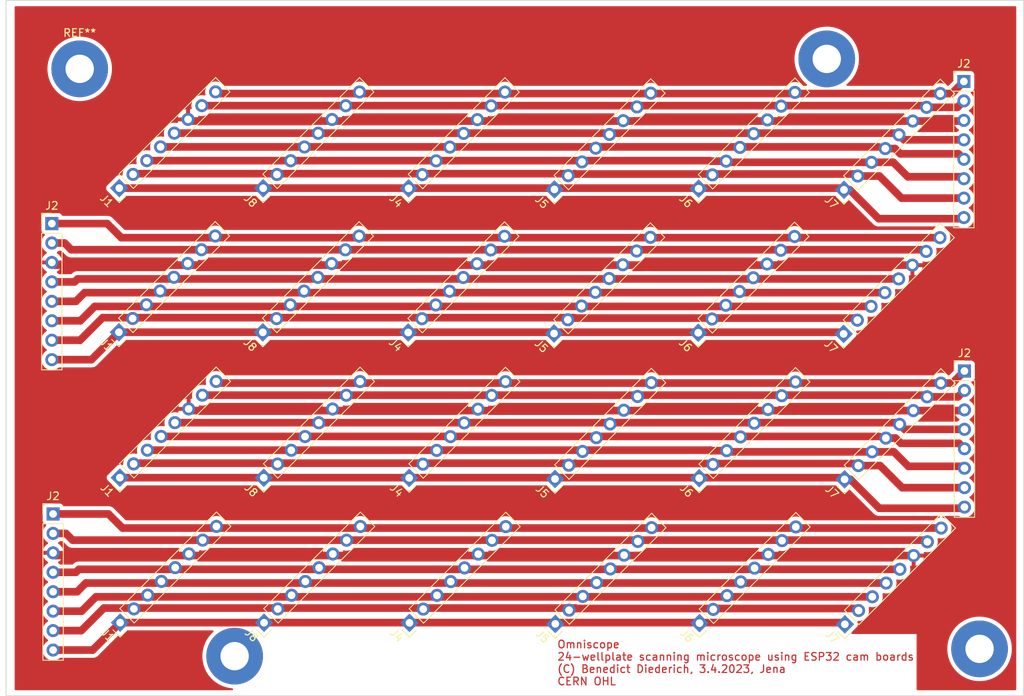
<source format=kicad_pcb>
(kicad_pcb (version 20221018) (generator pcbnew)
  (layers (0 "F.Cu" signal) (31 "B.Cu" signal) (34 "B.Paste" user) (35 "F.Paste" user) (36 "B.SilkS" user "B.Silkscreen") (37 "F.SilkS" user "F.Silkscreen") (38 "B.Mask" user) (39 "F.Mask" user) (44 "Edge.Cuts" user))
  (net 0 "")
  (net 1 "Net-(J1-Pin_1)")
  (net 2 "Net-(J1-Pin_2)")
  (net 3 "Net-(J1-Pin_3)")
  (net 4 "+3V3")
  (net 5 "Net-(J1-Pin_5)")
  (net 6 "GND")
  (net 7 "+1V0")
  (net 8 "+1V1")
  (footprint "" (layer "F.Cu") (at 117.45 17.5)
    (fp_text reference "" (at 0 0) (layer "F.SilkS") (effects (font (size 1.27 1.27))))
    (fp_text value "" (at 0 0) (layer "F.SilkS") (effects (font (size 1.27 1.27))))
    (pad "1" thru_hole circle (at 0 0) (size 7.4 7.4) (drill 3.7) (layers "*.Cu" "*.Mask"))
  )
  (footprint "Connector_PinHeader_2.54mm:PinHeader_1x08_P2.54mm_Vertical" (layer "F.Cu") (at 119.699427 34.600573 135)
    (fp_text reference "J7" (at 0 -2.33 135) (layer "F.SilkS"))
    (fp_text value "Conn_01x08_Male")
    (pad "1" thru_hole rect (at 0 0 135) (size 1.7 1.7) (drill 1) (layers "*.Cu" "*.Mask") (net 1 "Net-(J1-Pin_1)"))
    (pad "2" thru_hole oval (at 0 2.54 135) (size 1.7 1.7) (drill 1) (layers "*.Cu" "*.Mask") (net 2 "Net-(J1-Pin_2)"))
    (pad "3" thru_hole oval (at 0 5.08 135) (size 1.7 1.7) (drill 1) (layers "*.Cu" "*.Mask") (net 3 "Net-(J1-Pin_3)"))
    (pad "4" thru_hole oval (at 0 7.62 135) (size 1.7 1.7) (drill 1) (layers "*.Cu" "*.Mask") (net 4 "+3V3"))
    (pad "5" thru_hole oval (at 0 10.16 135) (size 1.7 1.7) (drill 1) (layers "*.Cu" "*.Mask") (net 5 "Net-(J1-Pin_5)"))
    (pad "6" thru_hole oval (at 0 12.7 135) (size 1.7 1.7) (drill 1) (layers "*.Cu" "*.Mask") (net 6 "GND"))
    (pad "7" thru_hole oval (at 0 15.24 135) (size 1.7 1.7) (drill 1) (layers "*.Cu" "*.Mask") (net 7 "+1V0"))
    (pad "8" thru_hole oval (at 0 17.78 135) (size 1.7 1.7) (drill 1) (layers "*.Cu" "*.Mask") (net 8 "+1V1"))
  )
  (footprint "Connector_PinHeader_2.54mm:PinHeader_1x08_P2.54mm_Vertical" (layer "F.Cu") (at 81.974427 72.375573 135)
    (fp_text reference "J5" (at 0 -2.33 135) (layer "F.SilkS"))
    (fp_text value "Conn_01x08_Male")
    (pad "1" thru_hole rect (at 0 0 135) (size 1.7 1.7) (drill 1) (layers "*.Cu" "*.Mask") (net 1 "Net-(J1-Pin_1)"))
    (pad "2" thru_hole oval (at 0 2.54 135) (size 1.7 1.7) (drill 1) (layers "*.Cu" "*.Mask") (net 2 "Net-(J1-Pin_2)"))
    (pad "3" thru_hole oval (at 0 5.08 135) (size 1.7 1.7) (drill 1) (layers "*.Cu" "*.Mask") (net 3 "Net-(J1-Pin_3)"))
    (pad "4" thru_hole oval (at 0 7.62 135) (size 1.7 1.7) (drill 1) (layers "*.Cu" "*.Mask") (net 4 "+3V3"))
    (pad "5" thru_hole oval (at 0 10.16 135) (size 1.7 1.7) (drill 1) (layers "*.Cu" "*.Mask") (net 5 "Net-(J1-Pin_5)"))
    (pad "6" thru_hole oval (at 0 12.7 135) (size 1.7 1.7) (drill 1) (layers "*.Cu" "*.Mask") (net 6 "GND"))
    (pad "7" thru_hole oval (at 0 15.24 135) (size 1.7 1.7) (drill 1) (layers "*.Cu" "*.Mask") (net 7 "+1V0"))
    (pad "8" thru_hole oval (at 0 17.78 135) (size 1.7 1.7) (drill 1) (layers "*.Cu" "*.Mask") (net 8 "+1V1"))
  )
  (footprint "Connector_PinHeader_2.54mm:PinHeader_1x08_P2.54mm_Vertical" (layer "F.Cu") (at 62.937008 72.237992 135)
    (fp_text reference "J4" (at 0 -2.33 135) (layer "F.SilkS"))
    (fp_text value "Conn_01x08_Male")
    (pad "1" thru_hole rect (at 0 0 135) (size 1.7 1.7) (drill 1) (layers "*.Cu" "*.Mask") (net 1 "Net-(J1-Pin_1)"))
    (pad "2" thru_hole oval (at 0 2.54 135) (size 1.7 1.7) (drill 1) (layers "*.Cu" "*.Mask") (net 2 "Net-(J1-Pin_2)"))
    (pad "3" thru_hole oval (at 0 5.08 135) (size 1.7 1.7) (drill 1) (layers "*.Cu" "*.Mask") (net 3 "Net-(J1-Pin_3)"))
    (pad "4" thru_hole oval (at 0 7.62 135) (size 1.7 1.7) (drill 1) (layers "*.Cu" "*.Mask") (net 4 "+3V3"))
    (pad "5" thru_hole oval (at 0 10.16 135) (size 1.7 1.7) (drill 1) (layers "*.Cu" "*.Mask") (net 5 "Net-(J1-Pin_5)"))
    (pad "6" thru_hole oval (at 0 12.7 135) (size 1.7 1.7) (drill 1) (layers "*.Cu" "*.Mask") (net 6 "GND"))
    (pad "7" thru_hole oval (at 0 15.24 135) (size 1.7 1.7) (drill 1) (layers "*.Cu" "*.Mask") (net 7 "+1V0"))
    (pad "8" thru_hole oval (at 0 17.78 135) (size 1.7 1.7) (drill 1) (layers "*.Cu" "*.Mask") (net 8 "+1V1"))
  )
  (footprint "Connector_PinHeader_2.54mm:PinHeader_1x08_P2.54mm_Vertical" (layer "F.Cu") (at 100.836846 91.213154 135)
    (fp_text reference "J6" (at 0 -2.33 135) (layer "F.SilkS"))
    (fp_text value "Conn_01x08_Male")
    (pad "1" thru_hole rect (at 0 0 135) (size 1.7 1.7) (drill 1) (layers "*.Cu" "*.Mask") (net 1 "Net-(J1-Pin_1)"))
    (pad "2" thru_hole oval (at 0 2.54 135) (size 1.7 1.7) (drill 1) (layers "*.Cu" "*.Mask") (net 2 "Net-(J1-Pin_2)"))
    (pad "3" thru_hole oval (at 0 5.08 135) (size 1.7 1.7) (drill 1) (layers "*.Cu" "*.Mask") (net 3 "Net-(J1-Pin_3)"))
    (pad "4" thru_hole oval (at 0 7.62 135) (size 1.7 1.7) (drill 1) (layers "*.Cu" "*.Mask") (net 4 "+3V3"))
    (pad "5" thru_hole oval (at 0 10.16 135) (size 1.7 1.7) (drill 1) (layers "*.Cu" "*.Mask") (net 5 "Net-(J1-Pin_5)"))
    (pad "6" thru_hole oval (at 0 12.7 135) (size 1.7 1.7) (drill 1) (layers "*.Cu" "*.Mask") (net 6 "GND"))
    (pad "7" thru_hole oval (at 0 15.24 135) (size 1.7 1.7) (drill 1) (layers "*.Cu" "*.Mask") (net 7 "+1V0"))
    (pad "8" thru_hole oval (at 0 17.78 135) (size 1.7 1.7) (drill 1) (layers "*.Cu" "*.Mask") (net 8 "+1V1"))
  )
  (footprint "Connector_PinHeader_2.54mm:PinHeader_1x08_P2.54mm_Vertical" (layer "F.Cu") (at 62.862008 34.412992 135)
    (fp_text reference "J4" (at 0 -2.33 135) (layer "F.SilkS"))
    (fp_text value "Conn_01x08_Male")
    (pad "1" thru_hole rect (at 0 0 135) (size 1.7 1.7) (drill 1) (layers "*.Cu" "*.Mask") (net 1 "Net-(J1-Pin_1)"))
    (pad "2" thru_hole oval (at 0 2.54 135) (size 1.7 1.7) (drill 1) (layers "*.Cu" "*.Mask") (net 2 "Net-(J1-Pin_2)"))
    (pad "3" thru_hole oval (at 0 5.08 135) (size 1.7 1.7) (drill 1) (layers "*.Cu" "*.Mask") (net 3 "Net-(J1-Pin_3)"))
    (pad "4" thru_hole oval (at 0 7.62 135) (size 1.7 1.7) (drill 1) (layers "*.Cu" "*.Mask") (net 4 "+3V3"))
    (pad "5" thru_hole oval (at 0 10.16 135) (size 1.7 1.7) (drill 1) (layers "*.Cu" "*.Mask") (net 5 "Net-(J1-Pin_5)"))
    (pad "6" thru_hole oval (at 0 12.7 135) (size 1.7 1.7) (drill 1) (layers "*.Cu" "*.Mask") (net 6 "GND"))
    (pad "7" thru_hole oval (at 0 15.24 135) (size 1.7 1.7) (drill 1) (layers "*.Cu" "*.Mask") (net 7 "+1V0"))
    (pad "8" thru_hole oval (at 0 17.78 135) (size 1.7 1.7) (drill 1) (layers "*.Cu" "*.Mask") (net 8 "+1V1"))
  )
  (footprint "Connector_PinHeader_2.54mm:PinHeader_1x08_P2.54mm_Vertical" (layer "F.Cu") (at 43.990795 91.159205 135)
    (fp_text reference "J8" (at 0 -2.33 135) (layer "F.SilkS"))
    (fp_text value "Conn_01x08_Male")
    (pad "1" thru_hole rect (at 0 0 135) (size 1.7 1.7) (drill 1) (layers "*.Cu" "*.Mask") (net 1 "Net-(J1-Pin_1)"))
    (pad "2" thru_hole oval (at 0 2.54 135) (size 1.7 1.7) (drill 1) (layers "*.Cu" "*.Mask") (net 2 "Net-(J1-Pin_2)"))
    (pad "3" thru_hole oval (at 0 5.08 135) (size 1.7 1.7) (drill 1) (layers "*.Cu" "*.Mask") (net 3 "Net-(J1-Pin_3)"))
    (pad "4" thru_hole oval (at 0 7.62 135) (size 1.7 1.7) (drill 1) (layers "*.Cu" "*.Mask") (net 4 "+3V3"))
    (pad "5" thru_hole oval (at 0 10.16 135) (size 1.7 1.7) (drill 1) (layers "*.Cu" "*.Mask") (net 5 "Net-(J1-Pin_5)"))
    (pad "6" thru_hole oval (at 0 12.7 135) (size 1.7 1.7) (drill 1) (layers "*.Cu" "*.Mask") (net 6 "GND"))
    (pad "7" thru_hole oval (at 0 15.24 135) (size 1.7 1.7) (drill 1) (layers "*.Cu" "*.Mask") (net 7 "+1V0"))
    (pad "8" thru_hole oval (at 0 17.78 135) (size 1.7 1.7) (drill 1) (layers "*.Cu" "*.Mask") (net 8 "+1V1"))
  )
  (footprint "Connector_PinHeader_2.54mm:PinHeader_1x08_P2.54mm_Vertical" (layer "F.Cu") (at 119.811846 91.363154 135)
    (fp_text reference "J7" (at 0 -2.33 135) (layer "F.SilkS"))
    (fp_text value "Conn_01x08_Male")
    (pad "1" thru_hole rect (at 0 0 135) (size 1.7 1.7) (drill 1) (layers "*.Cu" "*.Mask") (net 1 "Net-(J1-Pin_1)"))
    (pad "2" thru_hole oval (at 0 2.54 135) (size 1.7 1.7) (drill 1) (layers "*.Cu" "*.Mask") (net 2 "Net-(J1-Pin_2)"))
    (pad "3" thru_hole oval (at 0 5.08 135) (size 1.7 1.7) (drill 1) (layers "*.Cu" "*.Mask") (net 3 "Net-(J1-Pin_3)"))
    (pad "4" thru_hole oval (at 0 7.62 135) (size 1.7 1.7) (drill 1) (layers "*.Cu" "*.Mask") (net 4 "+3V3"))
    (pad "5" thru_hole oval (at 0 10.16 135) (size 1.7 1.7) (drill 1) (layers "*.Cu" "*.Mask") (net 5 "Net-(J1-Pin_5)"))
    (pad "6" thru_hole oval (at 0 12.7 135) (size 1.7 1.7) (drill 1) (layers "*.Cu" "*.Mask") (net 6 "GND"))
    (pad "7" thru_hole oval (at 0 15.24 135) (size 1.7 1.7) (drill 1) (layers "*.Cu" "*.Mask") (net 7 "+1V0"))
    (pad "8" thru_hole oval (at 0 17.78 135) (size 1.7 1.7) (drill 1) (layers "*.Cu" "*.Mask") (net 8 "+1V1"))
  )
  (footprint "Connector_PinHeader_2.54mm:PinHeader_1x08_P2.54mm_Vertical" (layer "F.Cu") (at 62.974427 91.175573 135)
    (fp_text reference "J4" (at 0 -2.33 135) (layer "F.SilkS"))
    (fp_text value "Conn_01x08_Male")
    (pad "1" thru_hole rect (at 0 0 135) (size 1.7 1.7) (drill 1) (layers "*.Cu" "*.Mask") (net 1 "Net-(J1-Pin_1)"))
    (pad "2" thru_hole oval (at 0 2.54 135) (size 1.7 1.7) (drill 1) (layers "*.Cu" "*.Mask") (net 2 "Net-(J1-Pin_2)"))
    (pad "3" thru_hole oval (at 0 5.08 135) (size 1.7 1.7) (drill 1) (layers "*.Cu" "*.Mask") (net 3 "Net-(J1-Pin_3)"))
    (pad "4" thru_hole oval (at 0 7.62 135) (size 1.7 1.7) (drill 1) (layers "*.Cu" "*.Mask") (net 4 "+3V3"))
    (pad "5" thru_hole oval (at 0 10.16 135) (size 1.7 1.7) (drill 1) (layers "*.Cu" "*.Mask") (net 5 "Net-(J1-Pin_5)"))
    (pad "6" thru_hole oval (at 0 12.7 135) (size 1.7 1.7) (drill 1) (layers "*.Cu" "*.Mask") (net 6 "GND"))
    (pad "7" thru_hole oval (at 0 15.24 135) (size 1.7 1.7) (drill 1) (layers "*.Cu" "*.Mask") (net 7 "+1V0"))
    (pad "8" thru_hole oval (at 0 17.78 135) (size 1.7 1.7) (drill 1) (layers "*.Cu" "*.Mask") (net 8 "+1V1"))
  )
  (footprint "" (layer "F.Cu") (at 137.4 94.575)
    (fp_text reference "" (at 0 0) (layer "F.SilkS") (effects (font (size 1.27 1.27))))
    (fp_text value "" (at 0 0) (layer "F.SilkS") (effects (font (size 1.27 1.27))))
    (pad "1" thru_hole circle (at 0 0) (size 7.4 7.4) (drill 3.7) (layers "*.Cu" "*.Mask"))
  )
  (footprint "Connector_PinHeader_2.54mm:PinHeader_1x08_P2.54mm_Vertical" (layer "F.Cu") (at 81.899427 34.550573 135)
    (fp_text reference "J5" (at 0 -2.33 135) (layer "F.SilkS"))
    (fp_text value "Conn_01x08_Male")
    (pad "1" thru_hole rect (at 0 0 135) (size 1.7 1.7) (drill 1) (layers "*.Cu" "*.Mask") (net 1 "Net-(J1-Pin_1)"))
    (pad "2" thru_hole oval (at 0 2.54 135) (size 1.7 1.7) (drill 1) (layers "*.Cu" "*.Mask") (net 2 "Net-(J1-Pin_2)"))
    (pad "3" thru_hole oval (at 0 5.08 135) (size 1.7 1.7) (drill 1) (layers "*.Cu" "*.Mask") (net 3 "Net-(J1-Pin_3)"))
    (pad "4" thru_hole oval (at 0 7.62 135) (size 1.7 1.7) (drill 1) (layers "*.Cu" "*.Mask") (net 4 "+3V3"))
    (pad "5" thru_hole oval (at 0 10.16 135) (size 1.7 1.7) (drill 1) (layers "*.Cu" "*.Mask") (net 5 "Net-(J1-Pin_5)"))
    (pad "6" thru_hole oval (at 0 12.7 135) (size 1.7 1.7) (drill 1) (layers "*.Cu" "*.Mask") (net 6 "GND"))
    (pad "7" thru_hole oval (at 0 15.24 135) (size 1.7 1.7) (drill 1) (layers "*.Cu" "*.Mask") (net 7 "+1V0"))
    (pad "8" thru_hole oval (at 0 17.78 135) (size 1.7 1.7) (drill 1) (layers "*.Cu" "*.Mask") (net 8 "+1V1"))
  )
  (footprint "Connector_PinHeader_2.54mm:PinHeader_1x08_P2.54mm_Vertical" (layer "F.Cu") (at 100.674427 53.275573 135)
    (fp_text reference "J6" (at 0 -2.33 135) (layer "F.SilkS"))
    (fp_text value "Conn_01x08_Male")
    (pad "1" thru_hole rect (at 0 0 135) (size 1.7 1.7) (drill 1) (layers "*.Cu" "*.Mask") (net 1 "Net-(J1-Pin_1)"))
    (pad "2" thru_hole oval (at 0 2.54 135) (size 1.7 1.7) (drill 1) (layers "*.Cu" "*.Mask") (net 2 "Net-(J1-Pin_2)"))
    (pad "3" thru_hole oval (at 0 5.08 135) (size 1.7 1.7) (drill 1) (layers "*.Cu" "*.Mask") (net 3 "Net-(J1-Pin_3)"))
    (pad "4" thru_hole oval (at 0 7.62 135) (size 1.7 1.7) (drill 1) (layers "*.Cu" "*.Mask") (net 4 "+3V3"))
    (pad "5" thru_hole oval (at 0 10.16 135) (size 1.7 1.7) (drill 1) (layers "*.Cu" "*.Mask") (net 5 "Net-(J1-Pin_5)"))
    (pad "6" thru_hole oval (at 0 12.7 135) (size 1.7 1.7) (drill 1) (layers "*.Cu" "*.Mask") (net 6 "GND"))
    (pad "7" thru_hole oval (at 0 15.24 135) (size 1.7 1.7) (drill 1) (layers "*.Cu" "*.Mask") (net 7 "+1V0"))
    (pad "8" thru_hole oval (at 0 17.78 135) (size 1.7 1.7) (drill 1) (layers "*.Cu" "*.Mask") (net 8 "+1V1"))
  )
  (footprint "Connector_PinHeader_2.54mm:PinHeader_1x08_P2.54mm_Vertical" (layer "F.Cu") (at 81.849427 53.375573 135)
    (fp_text reference "J5" (at 0 -2.33 135) (layer "F.SilkS"))
    (fp_text value "Conn_01x08_Male")
    (pad "1" thru_hole rect (at 0 0 135) (size 1.7 1.7) (drill 1) (layers "*.Cu" "*.Mask") (net 1 "Net-(J1-Pin_1)"))
    (pad "2" thru_hole oval (at 0 2.54 135) (size 1.7 1.7) (drill 1) (layers "*.Cu" "*.Mask") (net 2 "Net-(J1-Pin_2)"))
    (pad "3" thru_hole oval (at 0 5.08 135) (size 1.7 1.7) (drill 1) (layers "*.Cu" "*.Mask") (net 3 "Net-(J1-Pin_3)"))
    (pad "4" thru_hole oval (at 0 7.62 135) (size 1.7 1.7) (drill 1) (layers "*.Cu" "*.Mask") (net 4 "+3V3"))
    (pad "5" thru_hole oval (at 0 10.16 135) (size 1.7 1.7) (drill 1) (layers "*.Cu" "*.Mask") (net 5 "Net-(J1-Pin_5)"))
    (pad "6" thru_hole oval (at 0 12.7 135) (size 1.7 1.7) (drill 1) (layers "*.Cu" "*.Mask") (net 6 "GND"))
    (pad "7" thru_hole oval (at 0 15.24 135) (size 1.7 1.7) (drill 1) (layers "*.Cu" "*.Mask") (net 7 "+1V0"))
    (pad "8" thru_hole oval (at 0 17.78 135) (size 1.7 1.7) (drill 1) (layers "*.Cu" "*.Mask") (net 8 "+1V1"))
  )
  (footprint "MountingHole:MountingHole_3.7mm_Pad" (layer "F.Cu") (at 19.925 18.8)
    (fp_text reference "REF**" (at 0 -4.7) (layer "F.SilkS"))
    (fp_text value "MountingHole_3.7mm_Pad")
    (pad "1" thru_hole circle (at 0 0) (size 7.4 7.4) (drill 3.7) (layers "*.Cu" "*.Mask"))
  )
  (footprint "Connector_PinHeader_2.54mm:PinHeader_1x08_P2.54mm_Vertical" (layer "F.Cu") (at 25.16653 72.20847 135)
    (fp_text reference "J1" (at 0 -2.33 135) (layer "F.SilkS"))
    (fp_text value "Conn_01x08_Male")
    (pad "1" thru_hole rect (at 0 0 135) (size 1.7 1.7) (drill 1) (layers "*.Cu" "*.Mask") (net 1 "Net-(J1-Pin_1)"))
    (pad "2" thru_hole oval (at 0 2.54 135) (size 1.7 1.7) (drill 1) (layers "*.Cu" "*.Mask") (net 2 "Net-(J1-Pin_2)"))
    (pad "3" thru_hole oval (at 0 5.08 135) (size 1.7 1.7) (drill 1) (layers "*.Cu" "*.Mask") (net 3 "Net-(J1-Pin_3)"))
    (pad "4" thru_hole oval (at 0 7.62 135) (size 1.7 1.7) (drill 1) (layers "*.Cu" "*.Mask") (net 4 "+3V3"))
    (pad "5" thru_hole oval (at 0 10.16 135) (size 1.7 1.7) (drill 1) (layers "*.Cu" "*.Mask") (net 5 "Net-(J1-Pin_5)"))
    (pad "6" thru_hole oval (at 0 12.7 135) (size 1.7 1.7) (drill 1) (layers "*.Cu" "*.Mask") (net 6 "GND"))
    (pad "7" thru_hole oval (at 0 15.24 135) (size 1.7 1.7) (drill 1) (layers "*.Cu" "*.Mask") (net 7 "+1V0"))
    (pad "8" thru_hole oval (at 0 17.78 135) (size 1.7 1.7) (drill 1) (layers "*.Cu" "*.Mask") (net 8 "+1V1"))
  )
  (footprint "Connector_PinHeader_2.54mm:PinHeader_1x08_P2.54mm_Vertical" (layer "F.Cu") (at 82.011846 91.313154 135)
    (fp_text reference "J5" (at 0 -2.33 135) (layer "F.SilkS"))
    (fp_text value "Conn_01x08_Male")
    (pad "1" thru_hole rect (at 0 0 135) (size 1.7 1.7) (drill 1) (layers "*.Cu" "*.Mask") (net 1 "Net-(J1-Pin_1)"))
    (pad "2" thru_hole oval (at 0 2.54 135) (size 1.7 1.7) (drill 1) (layers "*.Cu" "*.Mask") (net 2 "Net-(J1-Pin_2)"))
    (pad "3" thru_hole oval (at 0 5.08 135) (size 1.7 1.7) (drill 1) (layers "*.Cu" "*.Mask") (net 3 "Net-(J1-Pin_3)"))
    (pad "4" thru_hole oval (at 0 7.62 135) (size 1.7 1.7) (drill 1) (layers "*.Cu" "*.Mask") (net 4 "+3V3"))
    (pad "5" thru_hole oval (at 0 10.16 135) (size 1.7 1.7) (drill 1) (layers "*.Cu" "*.Mask") (net 5 "Net-(J1-Pin_5)"))
    (pad "6" thru_hole oval (at 0 12.7 135) (size 1.7 1.7) (drill 1) (layers "*.Cu" "*.Mask") (net 6 "GND"))
    (pad "7" thru_hole oval (at 0 15.24 135) (size 1.7 1.7) (drill 1) (layers "*.Cu" "*.Mask") (net 7 "+1V0"))
    (pad "8" thru_hole oval (at 0 17.78 135) (size 1.7 1.7) (drill 1) (layers "*.Cu" "*.Mask") (net 8 "+1V1"))
  )
  (footprint "Connector_PinHeader_2.54mm:PinHeader_1x08_P2.54mm_Vertical" (layer "F.Cu") (at 100.799427 72.275573 135)
    (fp_text reference "J6" (at 0 -2.33 135) (layer "F.SilkS"))
    (fp_text value "Conn_01x08_Male")
    (pad "1" thru_hole rect (at 0 0 135) (size 1.7 1.7) (drill 1) (layers "*.Cu" "*.Mask") (net 1 "Net-(J1-Pin_1)"))
    (pad "2" thru_hole oval (at 0 2.54 135) (size 1.7 1.7) (drill 1) (layers "*.Cu" "*.Mask") (net 2 "Net-(J1-Pin_2)"))
    (pad "3" thru_hole oval (at 0 5.08 135) (size 1.7 1.7) (drill 1) (layers "*.Cu" "*.Mask") (net 3 "Net-(J1-Pin_3)"))
    (pad "4" thru_hole oval (at 0 7.62 135) (size 1.7 1.7) (drill 1) (layers "*.Cu" "*.Mask") (net 4 "+3V3"))
    (pad "5" thru_hole oval (at 0 10.16 135) (size 1.7 1.7) (drill 1) (layers "*.Cu" "*.Mask") (net 5 "Net-(J1-Pin_5)"))
    (pad "6" thru_hole oval (at 0 12.7 135) (size 1.7 1.7) (drill 1) (layers "*.Cu" "*.Mask") (net 6 "GND"))
    (pad "7" thru_hole oval (at 0 15.24 135) (size 1.7 1.7) (drill 1) (layers "*.Cu" "*.Mask") (net 7 "+1V0"))
    (pad "8" thru_hole oval (at 0 17.78 135) (size 1.7 1.7) (drill 1) (layers "*.Cu" "*.Mask") (net 8 "+1V1"))
  )
  (footprint "Connector_PinHeader_2.54mm:PinHeader_1x08_P2.54mm_Vertical" (layer "F.Cu") (at 43.878376 34.396624 135)
    (fp_text reference "J8" (at 0 -2.33 135) (layer "F.SilkS"))
    (fp_text value "Conn_01x08_Male")
    (pad "1" thru_hole rect (at 0 0 135) (size 1.7 1.7) (drill 1) (layers "*.Cu" "*.Mask") (net 1 "Net-(J1-Pin_1)"))
    (pad "2" thru_hole oval (at 0 2.54 135) (size 1.7 1.7) (drill 1) (layers "*.Cu" "*.Mask") (net 2 "Net-(J1-Pin_2)"))
    (pad "3" thru_hole oval (at 0 5.08 135) (size 1.7 1.7) (drill 1) (layers "*.Cu" "*.Mask") (net 3 "Net-(J1-Pin_3)"))
    (pad "4" thru_hole oval (at 0 7.62 135) (size 1.7 1.7) (drill 1) (layers "*.Cu" "*.Mask") (net 4 "+3V3"))
    (pad "5" thru_hole oval (at 0 10.16 135) (size 1.7 1.7) (drill 1) (layers "*.Cu" "*.Mask") (net 5 "Net-(J1-Pin_5)"))
    (pad "6" thru_hole oval (at 0 12.7 135) (size 1.7 1.7) (drill 1) (layers "*.Cu" "*.Mask") (net 6 "GND"))
    (pad "7" thru_hole oval (at 0 15.24 135) (size 1.7 1.7) (drill 1) (layers "*.Cu" "*.Mask") (net 7 "+1V0"))
    (pad "8" thru_hole oval (at 0 17.78 135) (size 1.7 1.7) (drill 1) (layers "*.Cu" "*.Mask") (net 8 "+1V1"))
  )
  (footprint "Connector_PinHeader_2.54mm:PinHeader_1x08_P2.54mm_Vertical" (layer "F.Cu") (at 100.724427 34.450573 135)
    (fp_text reference "J6" (at 0 -2.33 135) (layer "F.SilkS"))
    (fp_text value "Conn_01x08_Male")
    (pad "1" thru_hole rect (at 0 0 135) (size 1.7 1.7) (drill 1) (layers "*.Cu" "*.Mask") (net 1 "Net-(J1-Pin_1)"))
    (pad "2" thru_hole oval (at 0 2.54 135) (size 1.7 1.7) (drill 1) (layers "*.Cu" "*.Mask") (net 2 "Net-(J1-Pin_2)"))
    (pad "3" thru_hole oval (at 0 5.08 135) (size 1.7 1.7) (drill 1) (layers "*.Cu" "*.Mask") (net 3 "Net-(J1-Pin_3)"))
    (pad "4" thru_hole oval (at 0 7.62 135) (size 1.7 1.7) (drill 1) (layers "*.Cu" "*.Mask") (net 4 "+3V3"))
    (pad "5" thru_hole oval (at 0 10.16 135) (size 1.7 1.7) (drill 1) (layers "*.Cu" "*.Mask") (net 5 "Net-(J1-Pin_5)"))
    (pad "6" thru_hole oval (at 0 12.7 135) (size 1.7 1.7) (drill 1) (layers "*.Cu" "*.Mask") (net 6 "GND"))
    (pad "7" thru_hole oval (at 0 15.24 135) (size 1.7 1.7) (drill 1) (layers "*.Cu" "*.Mask") (net 7 "+1V0"))
    (pad "8" thru_hole oval (at 0 17.78 135) (size 1.7 1.7) (drill 1) (layers "*.Cu" "*.Mask") (net 8 "+1V1"))
  )
  (footprint "Connector_PinHeader_2.54mm:PinHeader_1x08_P2.54mm_Vertical" (layer "F.Cu") (at 119.774427 72.425573 135)
    (fp_text reference "J7" (at 0 -2.33 135) (layer "F.SilkS"))
    (fp_text value "Conn_01x08_Male")
    (pad "1" thru_hole rect (at 0 0 135) (size 1.7 1.7) (drill 1) (layers "*.Cu" "*.Mask") (net 1 "Net-(J1-Pin_1)"))
    (pad "2" thru_hole oval (at 0 2.54 135) (size 1.7 1.7) (drill 1) (layers "*.Cu" "*.Mask") (net 2 "Net-(J1-Pin_2)"))
    (pad "3" thru_hole oval (at 0 5.08 135) (size 1.7 1.7) (drill 1) (layers "*.Cu" "*.Mask") (net 3 "Net-(J1-Pin_3)"))
    (pad "4" thru_hole oval (at 0 7.62 135) (size 1.7 1.7) (drill 1) (layers "*.Cu" "*.Mask") (net 4 "+3V3"))
    (pad "5" thru_hole oval (at 0 10.16 135) (size 1.7 1.7) (drill 1) (layers "*.Cu" "*.Mask") (net 5 "Net-(J1-Pin_5)"))
    (pad "6" thru_hole oval (at 0 12.7 135) (size 1.7 1.7) (drill 1) (layers "*.Cu" "*.Mask") (net 6 "GND"))
    (pad "7" thru_hole oval (at 0 15.24 135) (size 1.7 1.7) (drill 1) (layers "*.Cu" "*.Mask") (net 7 "+1V0"))
    (pad "8" thru_hole oval (at 0 17.78 135) (size 1.7 1.7) (drill 1) (layers "*.Cu" "*.Mask") (net 8 "+1V1"))
  )
  (footprint "Connector_PinHeader_2.54mm:PinHeader_1x08_P2.54mm_Vertical" (layer "F.Cu") (at 25.04153 53.20847 135)
    (fp_text reference "J1" (at 0 -2.33 135) (layer "F.SilkS"))
    (fp_text value "Conn_01x08_Male")
    (pad "1" thru_hole rect (at 0 0 135) (size 1.7 1.7) (drill 1) (layers "*.Cu" "*.Mask") (net 1 "Net-(J1-Pin_1)"))
    (pad "2" thru_hole oval (at 0 2.54 135) (size 1.7 1.7) (drill 1) (layers "*.Cu" "*.Mask") (net 2 "Net-(J1-Pin_2)"))
    (pad "3" thru_hole oval (at 0 5.08 135) (size 1.7 1.7) (drill 1) (layers "*.Cu" "*.Mask") (net 3 "Net-(J1-Pin_3)"))
    (pad "4" thru_hole oval (at 0 7.62 135) (size 1.7 1.7) (drill 1) (layers "*.Cu" "*.Mask") (net 4 "+3V3"))
    (pad "5" thru_hole oval (at 0 10.16 135) (size 1.7 1.7) (drill 1) (layers "*.Cu" "*.Mask") (net 5 "Net-(J1-Pin_5)"))
    (pad "6" thru_hole oval (at 0 12.7 135) (size 1.7 1.7) (drill 1) (layers "*.Cu" "*.Mask") (net 6 "GND"))
    (pad "7" thru_hole oval (at 0 15.24 135) (size 1.7 1.7) (drill 1) (layers "*.Cu" "*.Mask") (net 7 "+1V0"))
    (pad "8" thru_hole oval (at 0 17.78 135) (size 1.7 1.7) (drill 1) (layers "*.Cu" "*.Mask") (net 8 "+1V1"))
  )
  (footprint "" (layer "F.Cu") (at 40.15 95.525)
    (fp_text reference "" (at 0 0) (layer "F.SilkS") (effects (font (size 1.27 1.27))))
    (fp_text value "" (at 0 0) (layer "F.SilkS") (effects (font (size 1.27 1.27))))
    (pad "1" thru_hole circle (at 0 0) (size 7.4 7.4) (drill 3.7) (layers "*.Cu" "*.Mask"))
  )
  (footprint "Connector_PinHeader_2.54mm:PinHeader_1x08_P2.54mm_Vertical" (layer "F.Cu") (at 43.828376 53.221624 135)
    (fp_text reference "J8" (at 0 -2.33 135) (layer "F.SilkS"))
    (fp_text value "Conn_01x08_Male")
    (pad "1" thru_hole rect (at 0 0 135) (size 1.7 1.7) (drill 1) (layers "*.Cu" "*.Mask") (net 1 "Net-(J1-Pin_1)"))
    (pad "2" thru_hole oval (at 0 2.54 135) (size 1.7 1.7) (drill 1) (layers "*.Cu" "*.Mask") (net 2 "Net-(J1-Pin_2)"))
    (pad "3" thru_hole oval (at 0 5.08 135) (size 1.7 1.7) (drill 1) (layers "*.Cu" "*.Mask") (net 3 "Net-(J1-Pin_3)"))
    (pad "4" thru_hole oval (at 0 7.62 135) (size 1.7 1.7) (drill 1) (layers "*.Cu" "*.Mask") (net 4 "+3V3"))
    (pad "5" thru_hole oval (at 0 10.16 135) (size 1.7 1.7) (drill 1) (layers "*.Cu" "*.Mask") (net 5 "Net-(J1-Pin_5)"))
    (pad "6" thru_hole oval (at 0 12.7 135) (size 1.7 1.7) (drill 1) (layers "*.Cu" "*.Mask") (net 6 "GND"))
    (pad "7" thru_hole oval (at 0 15.24 135) (size 1.7 1.7) (drill 1) (layers "*.Cu" "*.Mask") (net 7 "+1V0"))
    (pad "8" thru_hole oval (at 0 17.78 135) (size 1.7 1.7) (drill 1) (layers "*.Cu" "*.Mask") (net 8 "+1V1"))
  )
  (footprint "Connector_PinHeader_2.54mm:PinHeader_1x08_P2.54mm_Vertical" (layer "F.Cu") (at 16.45 76.95)
    (fp_text reference "J2" (at 0 -2.33) (layer "F.SilkS"))
    (fp_text value "Conn_01x08_Male")
    (pad "1" thru_hole rect (at 0 0) (size 1.7 1.7) (drill 1) (layers "*.Cu" "*.Mask") (net 8 "+1V1"))
    (pad "2" thru_hole oval (at 0 2.54) (size 1.7 1.7) (drill 1) (layers "*.Cu" "*.Mask") (net 7 "+1V0"))
    (pad "3" thru_hole oval (at 0 5.08) (size 1.7 1.7) (drill 1) (layers "*.Cu" "*.Mask") (net 6 "GND"))
    (pad "4" thru_hole oval (at 0 7.62) (size 1.7 1.7) (drill 1) (layers "*.Cu" "*.Mask") (net 5 "Net-(J1-Pin_5)"))
    (pad "5" thru_hole oval (at 0 10.16) (size 1.7 1.7) (drill 1) (layers "*.Cu" "*.Mask") (net 4 "+3V3"))
    (pad "6" thru_hole oval (at 0 12.7) (size 1.7 1.7) (drill 1) (layers "*.Cu" "*.Mask") (net 3 "Net-(J1-Pin_3)"))
    (pad "7" thru_hole oval (at 0 15.24) (size 1.7 1.7) (drill 1) (layers "*.Cu" "*.Mask") (net 2 "Net-(J1-Pin_2)"))
    (pad "8" thru_hole oval (at 0 17.78) (size 1.7 1.7) (drill 1) (layers "*.Cu" "*.Mask") (net 1 "Net-(J1-Pin_1)"))
  )
  (footprint "Connector_PinHeader_2.54mm:PinHeader_1x08_P2.54mm_Vertical" (layer "F.Cu") (at 62.812008 53.237992 135)
    (fp_text reference "J4" (at 0 -2.33 135) (layer "F.SilkS"))
    (fp_text value "Conn_01x08_Male")
    (pad "1" thru_hole rect (at 0 0 135) (size 1.7 1.7) (drill 1) (layers "*.Cu" "*.Mask") (net 1 "Net-(J1-Pin_1)"))
    (pad "2" thru_hole oval (at 0 2.54 135) (size 1.7 1.7) (drill 1) (layers "*.Cu" "*.Mask") (net 2 "Net-(J1-Pin_2)"))
    (pad "3" thru_hole oval (at 0 5.08 135) (size 1.7 1.7) (drill 1) (layers "*.Cu" "*.Mask") (net 3 "Net-(J1-Pin_3)"))
    (pad "4" thru_hole oval (at 0 7.62 135) (size 1.7 1.7) (drill 1) (layers "*.Cu" "*.Mask") (net 4 "+3V3"))
    (pad "5" thru_hole oval (at 0 10.16 135) (size 1.7 1.7) (drill 1) (layers "*.Cu" "*.Mask") (net 5 "Net-(J1-Pin_5)"))
    (pad "6" thru_hole oval (at 0 12.7 135) (size 1.7 1.7) (drill 1) (layers "*.Cu" "*.Mask") (net 6 "GND"))
    (pad "7" thru_hole oval (at 0 15.24 135) (size 1.7 1.7) (drill 1) (layers "*.Cu" "*.Mask") (net 7 "+1V0"))
    (pad "8" thru_hole oval (at 0 17.78 135) (size 1.7 1.7) (drill 1) (layers "*.Cu" "*.Mask") (net 8 "+1V1"))
  )
  (footprint "Connector_PinHeader_2.54mm:PinHeader_1x08_P2.54mm_Vertical" (layer "F.Cu") (at 119.649427 53.425573 135)
    (fp_text reference "J7" (at 0 -2.33 135) (layer "F.SilkS"))
    (fp_text value "Conn_01x08_Male")
    (pad "1" thru_hole rect (at 0 0 135) (size 1.7 1.7) (drill 1) (layers "*.Cu" "*.Mask") (net 1 "Net-(J1-Pin_1)"))
    (pad "2" thru_hole oval (at 0 2.54 135) (size 1.7 1.7) (drill 1) (layers "*.Cu" "*.Mask") (net 2 "Net-(J1-Pin_2)"))
    (pad "3" thru_hole oval (at 0 5.08 135) (size 1.7 1.7) (drill 1) (layers "*.Cu" "*.Mask") (net 3 "Net-(J1-Pin_3)"))
    (pad "4" thru_hole oval (at 0 7.62 135) (size 1.7 1.7) (drill 1) (layers "*.Cu" "*.Mask") (net 4 "+3V3"))
    (pad "5" thru_hole oval (at 0 10.16 135) (size 1.7 1.7) (drill 1) (layers "*.Cu" "*.Mask") (net 5 "Net-(J1-Pin_5)"))
    (pad "6" thru_hole oval (at 0 12.7 135) (size 1.7 1.7) (drill 1) (layers "*.Cu" "*.Mask") (net 6 "GND"))
    (pad "7" thru_hole oval (at 0 15.24 135) (size 1.7 1.7) (drill 1) (layers "*.Cu" "*.Mask") (net 7 "+1V0"))
    (pad "8" thru_hole oval (at 0 17.78 135) (size 1.7 1.7) (drill 1) (layers "*.Cu" "*.Mask") (net 8 "+1V1"))
  )
  (footprint "Connector_PinHeader_2.54mm:PinHeader_1x08_P2.54mm_Vertical" (layer "F.Cu") (at 16.287581 39.012419)
    (fp_text reference "J2" (at 0 -2.33) (layer "F.SilkS"))
    (fp_text value "Conn_01x08_Male")
    (pad "1" thru_hole rect (at 0 0) (size 1.7 1.7) (drill 1) (layers "*.Cu" "*.Mask") (net 8 "+1V1"))
    (pad "2" thru_hole oval (at 0 2.54) (size 1.7 1.7) (drill 1) (layers "*.Cu" "*.Mask") (net 7 "+1V0"))
    (pad "3" thru_hole oval (at 0 5.08) (size 1.7 1.7) (drill 1) (layers "*.Cu" "*.Mask") (net 6 "GND"))
    (pad "4" thru_hole oval (at 0 7.62) (size 1.7 1.7) (drill 1) (layers "*.Cu" "*.Mask") (net 5 "Net-(J1-Pin_5)"))
    (pad "5" thru_hole oval (at 0 10.16) (size 1.7 1.7) (drill 1) (layers "*.Cu" "*.Mask") (net 4 "+3V3"))
    (pad "6" thru_hole oval (at 0 12.7) (size 1.7 1.7) (drill 1) (layers "*.Cu" "*.Mask") (net 3 "Net-(J1-Pin_3)"))
    (pad "7" thru_hole oval (at 0 15.24) (size 1.7 1.7) (drill 1) (layers "*.Cu" "*.Mask") (net 2 "Net-(J1-Pin_2)"))
    (pad "8" thru_hole oval (at 0 17.78) (size 1.7 1.7) (drill 1) (layers "*.Cu" "*.Mask") (net 1 "Net-(J1-Pin_1)"))
  )
  (footprint "Connector_PinHeader_2.54mm:PinHeader_1x08_P2.54mm_Vertical" (layer "F.Cu") (at 43.953376 72.221624 135)
    (fp_text reference "J8" (at 0 -2.33 135) (layer "F.SilkS"))
    (fp_text value "Conn_01x08_Male")
    (pad "1" thru_hole rect (at 0 0 135) (size 1.7 1.7) (drill 1) (layers "*.Cu" "*.Mask") (net 1 "Net-(J1-Pin_1)"))
    (pad "2" thru_hole oval (at 0 2.54 135) (size 1.7 1.7) (drill 1) (layers "*.Cu" "*.Mask") (net 2 "Net-(J1-Pin_2)"))
    (pad "3" thru_hole oval (at 0 5.08 135) (size 1.7 1.7) (drill 1) (layers "*.Cu" "*.Mask") (net 3 "Net-(J1-Pin_3)"))
    (pad "4" thru_hole oval (at 0 7.62 135) (size 1.7 1.7) (drill 1) (layers "*.Cu" "*.Mask") (net 4 "+3V3"))
    (pad "5" thru_hole oval (at 0 10.16 135) (size 1.7 1.7) (drill 1) (layers "*.Cu" "*.Mask") (net 5 "Net-(J1-Pin_5)"))
    (pad "6" thru_hole oval (at 0 12.7 135) (size 1.7 1.7) (drill 1) (layers "*.Cu" "*.Mask") (net 6 "GND"))
    (pad "7" thru_hole oval (at 0 15.24 135) (size 1.7 1.7) (drill 1) (layers "*.Cu" "*.Mask") (net 7 "+1V0"))
    (pad "8" thru_hole oval (at 0 17.78 135) (size 1.7 1.7) (drill 1) (layers "*.Cu" "*.Mask") (net 8 "+1V1"))
  )
  (footprint "Connector_PinHeader_2.54mm:PinHeader_1x08_P2.54mm_Vertical" (layer "F.Cu") (at 135.425 58.275)
    (fp_text reference "J2" (at 0 -2.33) (layer "F.SilkS"))
    (fp_text value "Conn_01x08_Male")
    (pad "1" thru_hole rect (at 0 0) (size 1.7 1.7) (drill 1) (layers "*.Cu" "*.Mask"))
    (pad "2" thru_hole oval (at 0 2.54) (size 1.7 1.7) (drill 1) (layers "*.Cu" "*.Mask"))
    (pad "3" thru_hole oval (at 0 5.08) (size 1.7 1.7) (drill 1) (layers "*.Cu" "*.Mask"))
    (pad "4" thru_hole oval (at 0 7.62) (size 1.7 1.7) (drill 1) (layers "*.Cu" "*.Mask"))
    (pad "5" thru_hole oval (at 0 10.16) (size 1.7 1.7) (drill 1) (layers "*.Cu" "*.Mask"))
    (pad "6" thru_hole oval (at 0 12.7) (size 1.7 1.7) (drill 1) (layers "*.Cu" "*.Mask"))
    (pad "7" thru_hole oval (at 0 15.24) (size 1.7 1.7) (drill 1) (layers "*.Cu" "*.Mask"))
    (pad "8" thru_hole oval (at 0 17.78) (size 1.7 1.7) (drill 1) (layers "*.Cu" "*.Mask"))
  )
  (footprint "Connector_PinHeader_2.54mm:PinHeader_1x08_P2.54mm_Vertical" (layer "F.Cu") (at 25.09153 34.38347 135)
    (fp_text reference "J1" (at 0 -2.33 135) (layer "F.SilkS"))
    (fp_text value "Conn_01x08_Male")
    (pad "1" thru_hole rect (at 0 0 135) (size 1.7 1.7) (drill 1) (layers "*.Cu" "*.Mask") (net 1 "Net-(J1-Pin_1)"))
    (pad "2" thru_hole oval (at 0 2.54 135) (size 1.7 1.7) (drill 1) (layers "*.Cu" "*.Mask") (net 2 "Net-(J1-Pin_2)"))
    (pad "3" thru_hole oval (at 0 5.08 135) (size 1.7 1.7) (drill 1) (layers "*.Cu" "*.Mask") (net 3 "Net-(J1-Pin_3)"))
    (pad "4" thru_hole oval (at 0 7.62 135) (size 1.7 1.7) (drill 1) (layers "*.Cu" "*.Mask") (net 4 "+3V3"))
    (pad "5" thru_hole oval (at 0 10.16 135) (size 1.7 1.7) (drill 1) (layers "*.Cu" "*.Mask") (net 5 "Net-(J1-Pin_5)"))
    (pad "6" thru_hole oval (at 0 12.7 135) (size 1.7 1.7) (drill 1) (layers "*.Cu" "*.Mask") (net 6 "GND"))
    (pad "7" thru_hole oval (at 0 15.24 135) (size 1.7 1.7) (drill 1) (layers "*.Cu" "*.Mask") (net 7 "+1V0"))
    (pad "8" thru_hole oval (at 0 17.78 135) (size 1.7 1.7) (drill 1) (layers "*.Cu" "*.Mask") (net 8 "+1V1"))
  )
  (footprint "Connector_PinHeader_2.54mm:PinHeader_1x08_P2.54mm_Vertical" (layer "F.Cu") (at 135.35 20.45)
    (fp_text reference "J2" (at 0 -2.33) (layer "F.SilkS"))
    (fp_text value "Conn_01x08_Male")
    (pad "1" thru_hole rect (at 0 0) (size 1.7 1.7) (drill 1) (layers "*.Cu" "*.Mask"))
    (pad "2" thru_hole oval (at 0 2.54) (size 1.7 1.7) (drill 1) (layers "*.Cu" "*.Mask"))
    (pad "3" thru_hole oval (at 0 5.08) (size 1.7 1.7) (drill 1) (layers "*.Cu" "*.Mask"))
    (pad "4" thru_hole oval (at 0 7.62) (size 1.7 1.7) (drill 1) (layers "*.Cu" "*.Mask"))
    (pad "5" thru_hole oval (at 0 10.16) (size 1.7 1.7) (drill 1) (layers "*.Cu" "*.Mask"))
    (pad "6" thru_hole oval (at 0 12.7) (size 1.7 1.7) (drill 1) (layers "*.Cu" "*.Mask"))
    (pad "7" thru_hole oval (at 0 15.24) (size 1.7 1.7) (drill 1) (layers "*.Cu" "*.Mask"))
    (pad "8" thru_hole oval (at 0 17.78) (size 1.7 1.7) (drill 1) (layers "*.Cu" "*.Mask"))
  )
  (footprint "Connector_PinHeader_2.54mm:PinHeader_1x08_P2.54mm_Vertical" (layer "F.Cu") (at 25.203949 91.146051 135)
    (fp_text reference "J1" (at 0 -2.33 135) (layer "F.SilkS"))
    (fp_text value "Conn_01x08_Male")
    (pad "1" thru_hole rect (at 0 0 135) (size 1.7 1.7) (drill 1) (layers "*.Cu" "*.Mask") (net 1 "Net-(J1-Pin_1)"))
    (pad "2" thru_hole oval (at 0 2.54 135) (size 1.7 1.7) (drill 1) (layers "*.Cu" "*.Mask") (net 2 "Net-(J1-Pin_2)"))
    (pad "3" thru_hole oval (at 0 5.08 135) (size 1.7 1.7) (drill 1) (layers "*.Cu" "*.Mask") (net 3 "Net-(J1-Pin_3)"))
    (pad "4" thru_hole oval (at 0 7.62 135) (size 1.7 1.7) (drill 1) (layers "*.Cu" "*.Mask") (net 4 "+3V3"))
    (pad "5" thru_hole oval (at 0 10.16 135) (size 1.7 1.7) (drill 1) (layers "*.Cu" "*.Mask") (net 5 "Net-(J1-Pin_5)"))
    (pad "6" thru_hole oval (at 0 12.7 135) (size 1.7 1.7) (drill 1) (layers "*.Cu" "*.Mask") (net 6 "GND"))
    (pad "7" thru_hole oval (at 0 15.24 135) (size 1.7 1.7) (drill 1) (layers "*.Cu" "*.Mask") (net 7 "+1V0"))
    (pad "8" thru_hole oval (at 0 17.78 135) (size 1.7 1.7) (drill 1) (layers "*.Cu" "*.Mask") (net 8 "+1V1"))
  )
  (gr_poly (pts (xy 143.1544 100.6856) (xy 10.3124 100.6856) (xy 10.3124 9.8552) (xy 143.1544 9.8552)) (stroke (width 0.1)) (fill none) (layer "Edge.Cuts"))
  (gr_text "Omniscope\n24-wellplate scanning microscope using ESP32 cam boards \n(C) Benedict Diederich, 3.4.2023, Jena\nCERN OHL " (at 82.2 96.4) (layer "F.Cu") (effects (font (size 1 1)) (justify left)))
  (segment (start 25.04153 53.20847) (end 119.432324 53.20847) (width 1) (layer "F.Cu") (net 1))
  (segment (start 119.594743 91.146051) (end 119.811846 91.363154) (width 1) (layer "F.Cu") (net 1))
  (segment (start 21.457581 56.792419) (end 25.04153 53.20847) (width 1) (layer "F.Cu") (net 1))
  (segment (start 120.525573 72.425573) (end 124.3 76.2) (width 1) (layer "F.Cu") (net 1))
  (segment (start 119.557324 72.20847) (end 119.774427 72.425573) (width 1) (layer "F.Cu") (net 1))
  (segment (start 119.482324 34.38347) (end 119.699427 34.600573) (width 1) (layer "F.Cu") (net 1))
  (segment (start 119.699427 34.600573) (end 120.450573 34.600573) (width 1) (layer "F.Cu") (net 1))
  (segment (start 21.62 94.73) (end 25.203949 91.146051) (width 1) (layer "F.Cu") (net 1))
  (segment (start 120.450573 34.600573) (end 124.225 38.375) (width 1) (layer "F.Cu") (net 1))
  (segment (start 119.432324 53.20847) (end 119.649427 53.425573) (width 1) (layer "F.Cu") (net 1))
  (segment (start 135.205 38.375) (end 135.35 38.23) (width 1) (layer "F.Cu") (net 1))
  (segment (start 16.287581 56.792419) (end 21.457581 56.792419) (width 1) (layer "F.Cu") (net 1))
  (segment (start 25.16653 72.20847) (end 119.557324 72.20847) (width 1) (layer "F.Cu") (net 1))
  (segment (start 124.3 76.2) (end 135.28 76.2) (width 1) (layer "F.Cu") (net 1))
  (segment (start 25.203949 91.146051) (end 119.594743 91.146051) (width 1) (layer "F.Cu") (net 1))
  (segment (start 16.45 94.73) (end 21.62 94.73) (width 1) (layer "F.Cu") (net 1))
  (segment (start 119.774427 72.425573) (end 120.525573 72.425573) (width 1) (layer "F.Cu") (net 1))
  (segment (start 25.09153 34.38347) (end 119.482324 34.38347) (width 1) (layer "F.Cu") (net 1))
  (segment (start 124.225 38.375) (end 135.205 38.375) (width 1) (layer "F.Cu") (net 1))
  (segment (start 22.918612 51.306388) (end 84.48155 51.306388) (width 1) (layer "F.Cu") (net 2))
  (segment (start 84.60655 70.306388) (end 84.662581 70.362419) (width 1) (layer "F.Cu") (net 2))
  (segment (start 16.45 92.19) (end 20.135 92.19) (width 1) (layer "F.Cu") (net 2))
  (segment (start 121.303375 70.362419) (end 121.570478 70.629522) (width 1) (layer "F.Cu") (net 2))
  (segment (start 16.287581 54.252419) (end 19.972581 54.252419) (width 1) (layer "F.Cu") (net 2))
  (segment (start 121.340794 89.3) (end 121.607897 89.567103) (width 1) (layer "F.Cu") (net 2))
  (segment (start 84.587581 32.537419) (end 121.228375 32.537419) (width 1) (layer "F.Cu") (net 2))
  (segment (start 26.980458 32.494542) (end 83.435498 32.494542) (width 1) (layer "F.Cu") (net 2))
  (segment (start 84.643969 89.243969) (end 84.7 89.3) (width 1) (layer "F.Cu") (net 2))
  (segment (start 26.962581 70.412419) (end 27.055458 70.319542) (width 1) (layer "F.Cu") (net 2))
  (segment (start 121.570478 70.629522) (end 124.404522 70.629522) (width 1) (layer "F.Cu") (net 2))
  (segment (start 84.7 89.3) (end 121.340794 89.3) (width 1) (layer "F.Cu") (net 2))
  (segment (start 83.510498 70.319542) (end 83.770478 70.579522) (width 1) (layer "F.Cu") (net 2))
  (segment (start 84.48155 51.306388) (end 84.537581 51.362419) (width 1) (layer "F.Cu") (net 2))
  (segment (start 27.055458 70.319542) (end 83.510498 70.319542) (width 1) (layer "F.Cu") (net 2))
  (segment (start 23.081031 89.243969) (end 84.643969 89.243969) (width 1) (layer "F.Cu") (net 2))
  (segment (start 84.53155 32.481388) (end 84.587581 32.537419) (width 1) (layer "F.Cu") (net 2))
  (segment (start 84.537581 51.362419) (end 121.178375 51.362419) (width 1) (layer "F.Cu") (net 2))
  (segment (start 19.972581 54.252419) (end 22.918612 51.306388) (width 1) (layer "F.Cu") (net 2))
  (segment (start 121.178375 51.362419) (end 121.445478 51.629522) (width 1) (layer "F.Cu") (net 2))
  (segment (start 121.228375 32.537419) (end 121.495478 32.804522) (width 1) (layer "F.Cu") (net 2))
  (segment (start 127.215 35.69) (end 135.35 35.69) (width 1) (layer "F.Cu") (net 2))
  (segment (start 127.29 73.515) (end 135.425 73.515) (width 1) (layer "F.Cu") (net 2))
  (segment (start 20.135 92.19) (end 23.081031 89.243969) (width 1) (layer "F.Cu") (net 2))
  (segment (start 121.495478 32.804522) (end 124.329522 32.804522) (width 1) (layer "F.Cu") (net 2))
  (segment (start 124.404522 70.629522) (end 127.29 73.515) (width 1) (layer "F.Cu") (net 2))
  (segment (start 124.329522 32.804522) (end 127.215 35.69) (width 1) (layer "F.Cu") (net 2))
  (segment (start 84.662581 70.362419) (end 121.303375 70.362419) (width 1) (layer "F.Cu") (net 2))
  (segment (start 83.435498 32.494542) (end 83.695478 32.754522) (width 1) (layer "F.Cu") (net 2))
  (segment (start 26.887581 32.587419) (end 26.980458 32.494542) (width 1) (layer "F.Cu") (net 2))
  (segment (start 28.758632 68.616368) (end 102.2666 68.616368) (width 1) (layer "F.Cu") (net 3))
  (segment (start 135.1 32.9) (end 135.35 33.15) (width 1) (layer "F.Cu") (net 3))
  (segment (start 135.175 70.725) (end 135.425 70.975) (width 1) (layer "F.Cu") (net 3))
  (segment (start 20.012581 51.712419) (end 21.887581 49.837419) (width 1) (layer "F.Cu") (net 3))
  (segment (start 22.05 87.775) (end 104.075 87.775) (width 1) (layer "F.Cu") (net 3))
  (segment (start 126.208471 68.833471) (end 128.1 70.725) (width 1) (layer "F.Cu") (net 3))
  (segment (start 103.916529 49.833471) (end 123.241529 49.833471) (width 1) (layer "F.Cu") (net 3))
  (segment (start 104.041529 68.833471) (end 123.366529 68.833471) (width 1) (layer "F.Cu") (net 3))
  (segment (start 28.683632 30.791368) (end 102.1916 30.791368) (width 1) (layer "F.Cu") (net 3))
  (segment (start 102.258703 30.858471) (end 104.316529 30.858471) (width 1) (layer "F.Cu") (net 3))
  (segment (start 20.175 89.65) (end 22.05 87.775) (width 1) (layer "F.Cu") (net 3))
  (segment (start 104.078948 87.771052) (end 123.403948 87.771052) (width 1) (layer "F.Cu") (net 3))
  (segment (start 128.025 32.9) (end 135.1 32.9) (width 1) (layer "F.Cu") (net 3))
  (segment (start 123.366529 68.833471) (end 126.208471 68.833471) (width 1) (layer "F.Cu") (net 3))
  (segment (start 104.075 87.775) (end 104.078948 87.771052) (width 1) (layer "F.Cu") (net 3))
  (segment (start 103.966529 31.008471) (end 123.291529 31.008471) (width 1) (layer "F.Cu") (net 3))
  (segment (start 126.133471 31.008471) (end 128.025 32.9) (width 1) (layer "F.Cu") (net 3))
  (segment (start 103.962581 31.012419) (end 103.966529 31.008471) (width 1) (layer "F.Cu") (net 3))
  (segment (start 102.1916 30.791368) (end 102.258703 30.858471) (width 1) (layer "F.Cu") (net 3))
  (segment (start 128.1 70.725) (end 135.175 70.725) (width 1) (layer "F.Cu") (net 3))
  (segment (start 103.912581 49.837419) (end 103.916529 49.833471) (width 1) (layer "F.Cu") (net 3))
  (segment (start 21.887581 49.837419) (end 103.912581 49.837419) (width 1) (layer "F.Cu") (net 3))
  (segment (start 123.291529 31.008471) (end 126.133471 31.008471) (width 1) (layer "F.Cu") (net 3))
  (segment (start 102.2666 68.616368) (end 102.333703 68.683471) (width 1) (layer "F.Cu") (net 3))
  (segment (start 102.333703 68.683471) (end 104.391529 68.683471) (width 1) (layer "F.Cu") (net 3))
  (segment (start 104.037581 68.837419) (end 104.041529 68.833471) (width 1) (layer "F.Cu") (net 3))
  (segment (start 16.45 89.65) (end 20.175 89.65) (width 1) (layer "F.Cu") (net 3))
  (segment (start 16.287581 51.712419) (end 20.012581 51.712419) (width 1) (layer "F.Cu") (net 3))
  (segment (start 124.945478 66.820316) (end 125.162581 67.037419) (width 1) (layer "F.Cu") (net 4))
  (segment (start 19.427581 49.172419) (end 20.562581 48.037419) (width 1) (layer "F.Cu") (net 4))
  (segment (start 127.125 67.725) (end 134.715 67.725) (width 1) (layer "F.Cu") (net 4))
  (segment (start 30.479684 28.995316) (end 124.225 28.995316) (width 1) (layer "F.Cu") (net 4))
  (segment (start 19.59 87.11) (end 20.725 85.975) (width 1) (layer "F.Cu") (net 4))
  (segment (start 20.725 85.975) (end 125.2 85.975) (width 1) (layer "F.Cu") (net 4))
  (segment (start 16.45 87.11) (end 19.59 87.11) (width 1) (layer "F.Cu") (net 4))
  (segment (start 125.162581 67.037419) (end 126.437419 67.037419) (width 1) (layer "F.Cu") (net 4))
  (segment (start 20.562581 48.037419) (end 125.037581 48.037419) (width 1) (layer "F.Cu") (net 4))
  (segment (start 126.362419 29.212419) (end 127.05 29.9) (width 1) (layer "F.Cu") (net 4))
  (segment (start 16.287581 49.172419) (end 19.427581 49.172419) (width 1) (layer "F.Cu") (net 4))
  (segment (start 126.437419 67.037419) (end 127.125 67.725) (width 1) (layer "F.Cu") (net 4))
  (segment (start 124.870478 28.995316) (end 125.087581 29.212419) (width 1) (layer "F.Cu") (net 4))
  (segment (start 127.05 29.9) (end 134.64 29.9) (width 1) (layer "F.Cu") (net 4))
  (segment (start 125.087581 29.212419) (end 126.362419 29.212419) (width 1) (layer "F.Cu") (net 4))
  (segment (start 134.64 29.9) (end 135.35 30.61) (width 1) (layer "F.Cu") (net 4))
  (segment (start 134.715 67.725) (end 135.425 68.435) (width 1) (layer "F.Cu") (net 4))
  (segment (start 30.554684 66.820316) (end 124.3 66.820316) (width 1) (layer "F.Cu") (net 4))
  (segment (start 127.612264 65.895) (end 135.425 65.895) (width 1) (layer "F.Cu") (net 5))
  (segment (start 126.666529 27.199265) (end 126.883632 27.416368) (width 1) (layer "F.Cu") (net 5))
  (segment (start 19.658632 46.241368) (end 126.833632 46.241368) (width 1) (layer "F.Cu") (net 5))
  (segment (start 126.958632 65.241368) (end 127.612264 65.895) (width 1) (layer "F.Cu") (net 5))
  (segment (start 32.350735 65.024265) (end 126.741529 65.024265) (width 1) (layer "F.Cu") (net 5))
  (segment (start 127.537264 28.07) (end 135.35 28.07) (width 1) (layer "F.Cu") (net 5))
  (segment (start 32.275735 27.199265) (end 126.666529 27.199265) (width 1) (layer "F.Cu") (net 5))
  (segment (start 19.267581 46.632419) (end 19.658632 46.241368) (width 1) (layer "F.Cu") (net 5))
  (segment (start 16.45 84.57) (end 19.43 84.57) (width 1) (layer "F.Cu") (net 5))
  (segment (start 16.287581 46.632419) (end 19.267581 46.632419) (width 1) (layer "F.Cu") (net 5))
  (segment (start 126.741529 65.024265) (end 126.958632 65.241368) (width 1) (layer "F.Cu") (net 5))
  (segment (start 19.43 84.57) (end 19.821051 84.178949) (width 1) (layer "F.Cu") (net 5))
  (segment (start 126.883632 27.416368) (end 127.537264 28.07) (width 1) (layer "F.Cu") (net 5))
  (segment (start 19.821051 84.178949) (end 126.996051 84.178949) (width 1) (layer "F.Cu") (net 5))
  (segment (start 34.288889 25.620317) (end 128.679683 25.620317) (width 1) (layer "F.Cu") (net 6))
  (segment (start 16.287581 44.092419) (end 16.640479 44.445317) (width 1) (layer "F.Cu") (net 6))
  (segment (start 34.363889 63.445317) (end 128.754683 63.445317) (width 1) (layer "F.Cu") (net 6))
  (segment (start 16.45 82.03) (end 16.802898 82.382898) (width 1) (layer "F.Cu") (net 6))
  (segment (start 16.802898 82.382898) (end 128.792102 82.382898) (width 1) (layer "F.Cu") (net 6))
  (segment (start 128.679683 25.620317) (end 135.259683 25.620317) (width 1) (layer "F.Cu") (net 6))
  (segment (start 135.334683 63.445317) (end 135.425 63.355) (width 1) (layer "F.Cu") (net 6))
  (segment (start 34.071786 25.403214) (end 34.288889 25.620317) (width 1) (layer "F.Cu") (net 6))
  (segment (start 16.640479 44.445317) (end 128.629683 44.445317) (width 1) (layer "F.Cu") (net 6))
  (segment (start 135.259683 25.620317) (end 135.35 25.53) (width 1) (layer "F.Cu") (net 6))
  (segment (start 128.754683 63.445317) (end 135.334683 63.445317) (width 1) (layer "F.Cu") (net 6))
  (segment (start 34.146786 63.228214) (end 34.363889 63.445317) (width 1) (layer "F.Cu") (net 6))
  (segment (start 35.980256 80.369744) (end 130.37105 80.369744) (width 1) (layer "F.Cu") (net 7))
  (segment (start 18.994744 80.369744) (end 35.980256 80.369744) (width 1) (layer "F.Cu") (net 7))
  (segment (start 130.37105 80.369744) (end 130.588153 80.586847) (width 1) (layer "F.Cu") (net 7))
  (segment (start 35.817837 42.432163) (end 130.208631 42.432163) (width 1) (layer "F.Cu") (net 7))
  (segment (start 17.952581 41.552419) (end 18.832325 42.432163) (width 1) (layer "F.Cu") (net 7))
  (segment (start 130.333631 61.432163) (end 130.550734 61.649266) (width 1) (layer "F.Cu") (net 7))
  (segment (start 18.115 79.49) (end 18.994744 80.369744) (width 1) (layer "F.Cu") (net 7))
  (segment (start 16.287581 41.552419) (end 17.952581 41.552419) (width 1) (layer "F.Cu") (net 7))
  (segment (start 16.45 79.49) (end 18.115 79.49) (width 1) (layer "F.Cu") (net 7))
  (segment (start 134.515734 23.824266) (end 135.35 22.99) (width 1) (layer "F.Cu") (net 7))
  (segment (start 35.867837 23.607163) (end 130.258631 23.607163) (width 1) (layer "F.Cu") (net 7))
  (segment (start 130.208631 42.432163) (end 130.425734 42.649266) (width 1) (layer "F.Cu") (net 7))
  (segment (start 18.832325 42.432163) (end 35.817837 42.432163) (width 1) (layer "F.Cu") (net 7))
  (segment (start 130.550734 61.649266) (end 134.590734 61.649266) (width 1) (layer "F.Cu") (net 7))
  (segment (start 35.660674 23.4) (end 35.867837 23.607163) (width 1) (layer "F.Cu") (net 7))
  (segment (start 130.258631 23.607163) (end 130.475734 23.824266) (width 1) (layer "F.Cu") (net 7))
  (segment (start 35.735674 61.225) (end 35.942837 61.432163) (width 1) (layer "F.Cu") (net 7))
  (segment (start 35.942837 61.432163) (end 130.333631 61.432163) (width 1) (layer "F.Cu") (net 7))
  (segment (start 130.475734 23.824266) (end 134.515734 23.824266) (width 1) (layer "F.Cu") (net 7))
  (segment (start 134.590734 61.649266) (end 135.425 60.815) (width 1) (layer "F.Cu") (net 7))
  (segment (start 132.346786 59.853214) (end 37.955992 59.853214) (width 1) (layer "F.Cu") (net 8))
  (segment (start 133.771786 22.028214) (end 135.35 20.45) (width 1) (layer "F.Cu") (net 8))
  (segment (start 132.221786 40.853214) (end 25.353376 40.853214) (width 1) (layer "F.Cu") (net 8))
  (segment (start 25.515795 78.790795) (end 23.675 76.95) (width 1) (layer "F.Cu") (net 8))
  (segment (start 133.846786 59.853214) (end 135.425 58.275) (width 1) (layer "F.Cu") (net 8))
  (segment (start 132.384205 78.790795) (end 25.515795 78.790795) (width 1) (layer "F.Cu") (net 8))
  (segment (start 23.512581 39.012419) (end 16.287581 39.012419) (width 1) (layer "F.Cu") (net 8))
  (segment (start 132.271786 22.028214) (end 37.880992 22.028214) (width 1) (layer "F.Cu") (net 8))
  (segment (start 37.955992 59.853214) (end 37.738889 59.636111) (width 1) (layer "F.Cu") (net 8))
  (segment (start 37.880992 22.028214) (end 37.663889 21.811111) (width 1) (layer "F.Cu") (net 8))
  (segment (start 23.675 76.95) (end 16.45 76.95) (width 1) (layer "F.Cu") (net 8))
  (segment (start 25.353376 40.853214) (end 23.512581 39.012419) (width 1) (layer "F.Cu") (net 8))
  (segment (start 132.271786 22.028214) (end 133.771786 22.028214) (width 1) (layer "F.Cu") (net 8))
  (segment (start 132.346786 59.853214) (end 133.846786 59.853214) (width 1) (layer "F.Cu") (net 8))
  (zone (net 6) (net_name "GND") (layer "F.Cu") (connect_pads (clearance 0.508)) (min_thickness 0.254) (fill yes (thermal_gap 0.508) (thermal_bridge_width 0.508))
    (polygon (pts (xy 142.1892 99.9744) (xy 11.43 99.9744) (xy 11.43 10.6172) (xy 142.1892 10.6172)))
  )
)
</source>
